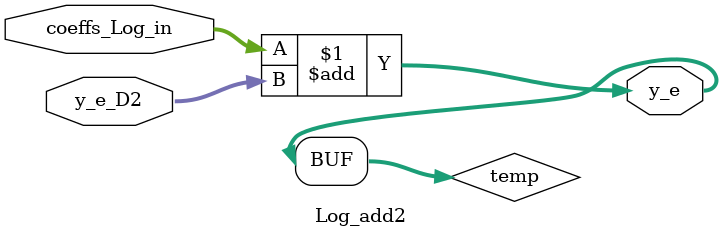
<source format=v>
`timescale 1ns/1ps
module Log_add2(coeffs_Log_in,y_e_D2,y_e);

input [29:0] coeffs_Log_in,y_e_D2;
output [30:0] y_e;
reg  [30:0] y_e;

wire [30:0]temp;

//Addition of Coefficient c0 with output of multiplication module
assign temp = coeffs_Log_in + y_e_D2;

always@(coeffs_Log_in or y_e_D2 or temp)
begin
	y_e <= temp;	
end
endmodule 
</source>
